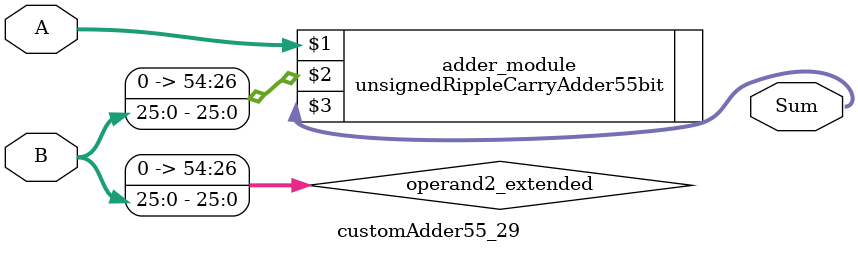
<source format=v>
module customAdder55_29(
                        input [54 : 0] A,
                        input [25 : 0] B,
                        
                        output [55 : 0] Sum
                );

        wire [54 : 0] operand2_extended;
        
        assign operand2_extended =  {29'b0, B};
        
        unsignedRippleCarryAdder55bit adder_module(
            A,
            operand2_extended,
            Sum
        );
        
        endmodule
        
</source>
